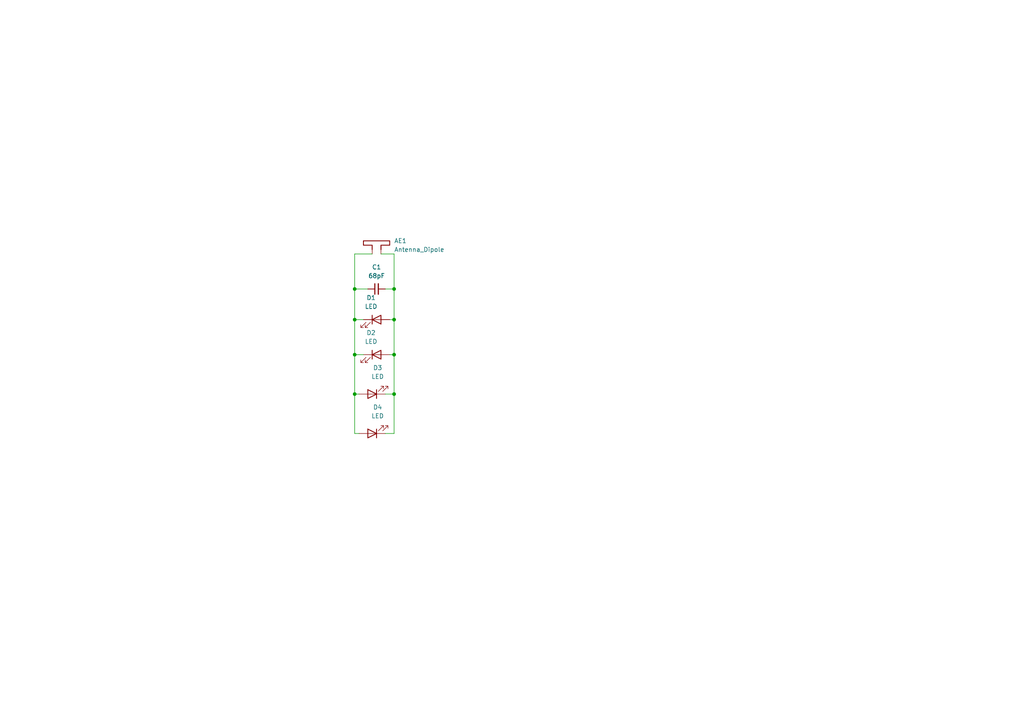
<source format=kicad_sch>
(kicad_sch (version 20211123) (generator eeschema)
  (paper "A4")
  (lib_symbols
    (symbol "Device:Antenna_Dipole" (pin_numbers hide) (pin_names (offset 1.016) hide)
      (property "Reference" "AE" (at 1.27 1.27 0))
      (property "Value" "Antenna_Dipole" (at 1.27 0 0))
      (symbol "Antenna_Dipole_0_1"
        (polyline (pts (xy 2.54 -3.81) (xy 2.54 -2.54) (xy 5.08 -2.54) (xy 5.08 -1.27) (xy -2.54 -1.27) (xy -2.54 -2.54) (xy 0 -2.54) (xy 0 -3.81)) (stroke (width 0.254)))
      )
      (symbol "Antenna_Dipole_1_1"
        (pin input line (at 0 -5.08 90) (length 2.54) (name "~") (number "1"))
        (pin input line (at 2.54 -5.08 90) (length 2.54) (name "~") (number "2"))
      )
    )
    (symbol "Device:C_Small" (pin_numbers hide) (pin_names (offset 0.254) hide)
      (property "Reference" "C" (at 0.254 1.778 0))
      (property "Value" "C_Small" (at 0.254 -2.032 0))
      (symbol "C_Small_0_1"
        (polyline (pts (xy -1.524 -0.508) (xy 1.524 -0.508)) (stroke (width 0.3302)))
        (polyline (pts (xy -1.524 0.508) (xy 1.524 0.508)) (stroke (width 0.3048)))
      )
      (symbol "C_Small_1_1"
        (pin passive line (at 0 2.54 270) (length 2.032) (name "~") (number "1"))
        (pin passive line (at 0 -2.54 90) (length 2.032) (name "~") (number "2"))
      )
    )
    (symbol "Device:LED" (pin_numbers hide) (pin_names (offset 1.016) hide)
      (property "Reference" "D" (at 0 2.54 0))
      (property "Value" "LED" (at 0 -2.54 0))
      (symbol "LED_0_1"
        (polyline (pts (xy -1.27 -1.27) (xy -1.27 1.27)) (stroke (width 0.254)))
        (polyline (pts (xy -1.27 0) (xy 1.27 0)))
        (polyline (pts (xy 1.27 -1.27) (xy 1.27 1.27) (xy -1.27 0) (xy 1.27 -1.27)) (stroke (width 0.254)))
        (polyline (pts (xy -3.048 -0.762) (xy -4.572 -2.286) (xy -3.81 -2.286) (xy -4.572 -2.286) (xy -4.572 -1.524)))
        (polyline (pts (xy -1.778 -0.762) (xy -3.302 -2.286) (xy -2.54 -2.286) (xy -3.302 -2.286) (xy -3.302 -1.524)))
      )
      (symbol "LED_1_1"
        (pin passive line (at -3.81 0 0) (length 2.54) (name "K") (number "1"))
        (pin passive line (at 3.81 0 180) (length 2.54) (name "A") (number "2"))
      )
    )
  )
  (junction (at 114.3 102.87))
  (junction (at 102.87 92.71))
  (junction (at 102.87 83.82))
  (junction (at 102.87 102.87))
  (junction (at 114.3 83.82))
  (junction (at 114.3 114.3))
  (junction (at 102.87 114.3))
  (junction (at 114.3 92.71))
  (wire (pts (xy 102.87 102.87) (xy 102.87 114.3)))
  (wire (pts (xy 111.76 114.3) (xy 114.3 114.3)))
  (wire (pts (xy 102.87 114.3) (xy 104.14 114.3)))
  (wire (pts (xy 114.3 102.87) (xy 114.3 114.3)))
  (wire (pts (xy 110.49 73.66) (xy 114.3 73.66)))
  (wire (pts (xy 102.87 125.73) (xy 104.14 125.73)))
  (wire (pts (xy 113.03 92.71) (xy 114.3 92.71)))
  (wire (pts (xy 102.87 83.82) (xy 102.87 92.71)))
  (wire (pts (xy 114.3 73.66) (xy 114.3 83.82)))
  (wire (pts (xy 114.3 83.82) (xy 114.3 92.71)))
  (wire (pts (xy 114.3 125.73) (xy 111.76 125.73)))
  (wire (pts (xy 102.87 73.66) (xy 102.87 83.82)))
  (wire (pts (xy 107.95 73.66) (xy 102.87 73.66)))
  (wire (pts (xy 114.3 114.3) (xy 114.3 125.73)))
  (wire (pts (xy 111.76 83.82) (xy 114.3 83.82)))
  (wire (pts (xy 114.3 92.71) (xy 114.3 102.87)))
  (wire (pts (xy 102.87 114.3) (xy 102.87 125.73)))
  (wire (pts (xy 102.87 92.71) (xy 102.87 102.87)))
  (wire (pts (xy 102.87 92.71) (xy 105.41 92.71)))
  (wire (pts (xy 102.87 102.87) (xy 105.41 102.87)))
  (wire (pts (xy 113.03 102.87) (xy 114.3 102.87)))
  (wire (pts (xy 102.87 83.82) (xy 106.68 83.82)))
  (symbol (lib_id "Device:LED") (at 107.95 114.3 180) (unit 1)
    (property "Reference" "D3" (at 109.5375 106.68 0))
    (property "Value" "LED" (at 109.5375 109.22 0))
    (property "Footprint" "LED_SMD:LED_0805_2012Metric_Pad1.15x1.40mm_HandSolder" (effects hide))
  )
  (symbol (lib_id "Device:LED") (at 107.95 125.73 180) (unit 1)
    (property "Reference" "D4" (at 109.5375 118.11 0))
    (property "Value" "LED" (at 109.5375 120.65 0))
    (property "Footprint" "LED_SMD:LED_0805_2012Metric_Pad1.15x1.40mm_HandSolder" (effects hide))
  )
  (symbol (lib_id "Device:LED") (at 109.22 92.71 0) (unit 1)
    (property "Reference" "D1" (at 107.6325 86.36 0))
    (property "Value" "LED" (at 107.6325 88.9 0))
    (property "Footprint" "LED_SMD:LED_0805_2012Metric_Pad1.15x1.40mm_HandSolder" (effects hide))
  )
  (symbol (lib_id "Device:C_Small") (at 109.22 83.82 90) (unit 1)
    (property "Reference" "C1" (at 109.2263 77.47 90))
    (property "Value" "68pF" (at 109.2263 80.01 90))
    (property "Footprint" "Capacitor_SMD:C_0603_1608Metric_Pad1.08x0.95mm_HandSolder" (effects hide))
  )
  (symbol (lib_id "Device:Antenna_Dipole") (at 107.95 68.58 0) (unit 1)
    (property "Reference" "AE1" (at 114.3 69.8499 0) (effects (justify left)))
    (property "Value" "Antenna_Dipole" (at 114.3 72.3899 0) (effects (justify left)))
    (property "Footprint" "hack_license:NFC_ANTENNA" (effects hide))
  )
  (symbol (lib_id "Device:LED") (at 109.22 102.87 0) (unit 1)
    (property "Reference" "D2" (at 107.6325 96.52 0))
    (property "Value" "LED" (at 107.6325 99.06 0))
    (property "Footprint" "LED_SMD:LED_0805_2012Metric_Pad1.15x1.40mm_HandSolder" (effects hide))
  )
)
</source>
